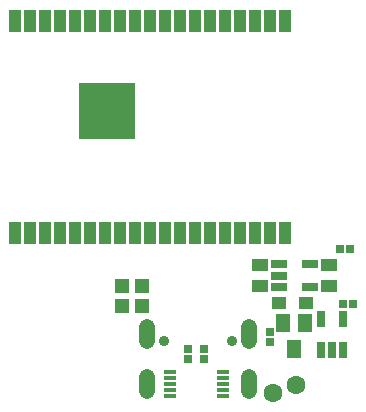
<source format=gbr>
G04 EAGLE Gerber RS-274X export*
G75*
%MOMM*%
%FSLAX34Y34*%
%LPD*%
%INSoldermask Bottom*%
%IPPOS*%
%AMOC8*
5,1,8,0,0,1.08239X$1,22.5*%
G01*
%ADD10C,1.361200*%
%ADD11C,0.903200*%
%ADD12R,0.803200X0.743200*%
%ADD13R,1.103200X1.903200*%
%ADD14R,4.703200X4.703200*%
%ADD15R,1.100000X0.400000*%
%ADD16R,1.403200X0.753200*%
%ADD17R,1.403200X1.003200*%
%ADD18R,1.303200X1.203200*%
%ADD19R,1.203200X1.003200*%
%ADD20R,1.203200X1.603200*%
%ADD21R,0.753200X1.403200*%
%ADD22R,0.743200X0.803200*%
%ADD23C,1.603200*%


D10*
X161270Y69030D02*
X161270Y80610D01*
X247670Y80610D02*
X247670Y69030D01*
X161270Y38810D02*
X161270Y27230D01*
X247670Y27230D02*
X247670Y38810D01*
D11*
X175570Y69520D03*
X233370Y69520D03*
D12*
X209550Y54100D03*
X209550Y62740D03*
X195580Y54100D03*
X195580Y62740D03*
D13*
X278130Y160360D03*
X278130Y340360D03*
X74930Y340360D03*
X49530Y340360D03*
D14*
X127430Y264160D03*
D13*
X49530Y160360D03*
X227330Y340360D03*
X214630Y160360D03*
X227330Y160360D03*
X201930Y160360D03*
X163830Y160360D03*
X214630Y340360D03*
X240030Y340360D03*
X201930Y340360D03*
X240030Y160360D03*
X151130Y160360D03*
X138430Y160360D03*
X113030Y160360D03*
X74930Y160360D03*
X62230Y160360D03*
X163830Y340360D03*
X176530Y340360D03*
X189230Y340360D03*
X138430Y340360D03*
X151130Y340360D03*
X113030Y340360D03*
X125730Y340360D03*
X125730Y160360D03*
X189230Y160360D03*
X176530Y160360D03*
X100330Y160360D03*
X265430Y160360D03*
X252730Y160360D03*
X252730Y340360D03*
X265430Y340360D03*
X100330Y340360D03*
X87630Y340360D03*
X87630Y160360D03*
X62230Y340360D03*
D15*
X225700Y43020D03*
X225700Y38020D03*
X225700Y33020D03*
X225700Y28020D03*
X225700Y23020D03*
X180700Y23020D03*
X180700Y28020D03*
X180700Y33020D03*
X180700Y38020D03*
X180700Y43020D03*
D16*
X272749Y114960D03*
X272749Y124460D03*
X272749Y133960D03*
X298751Y133960D03*
X298751Y114960D03*
D17*
X314960Y115460D03*
X314960Y133460D03*
X256540Y115460D03*
X256540Y133460D03*
D18*
X157090Y99060D03*
X140090Y99060D03*
X157090Y115570D03*
X140090Y115570D03*
D19*
X272980Y101600D03*
X295980Y101600D03*
D20*
X285750Y62660D03*
X295250Y84660D03*
X276250Y84660D03*
D21*
X327000Y61929D03*
X317500Y61929D03*
X308000Y61929D03*
X308000Y87931D03*
X327000Y87931D03*
D22*
X335790Y100330D03*
X327150Y100330D03*
X333250Y147320D03*
X324610Y147320D03*
D12*
X265430Y68070D03*
X265430Y76710D03*
D23*
X287020Y31750D03*
X267970Y25400D03*
M02*

</source>
